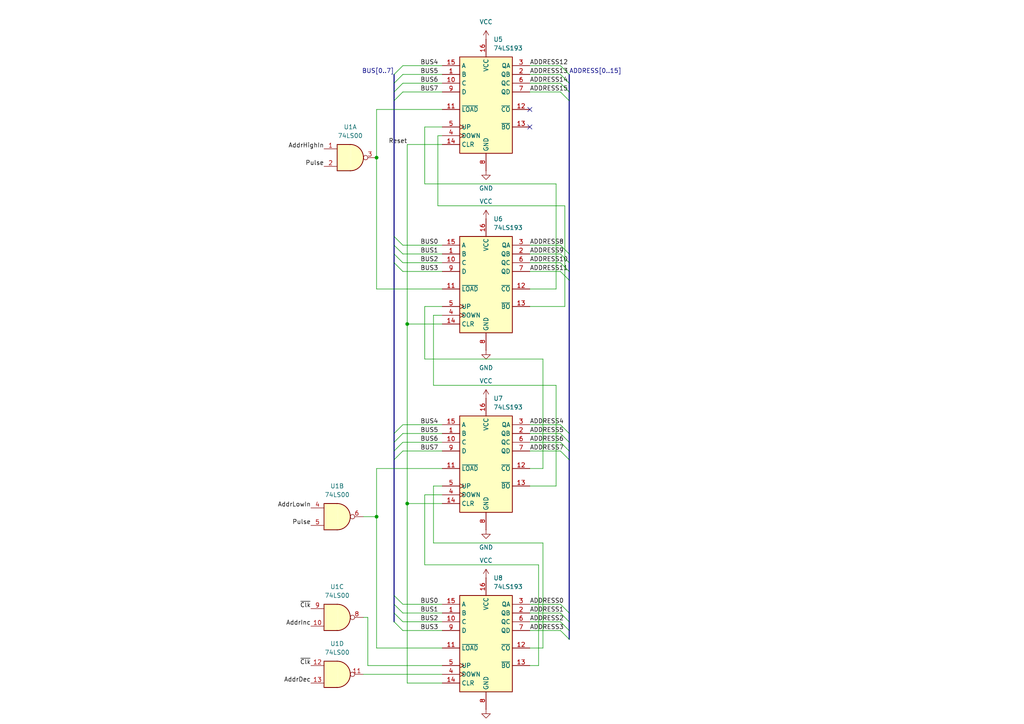
<source format=kicad_sch>
(kicad_sch (version 20250114) (generator "eeschema") (generator_version "9.0")
  (paper "A4")
  (lib_symbols
    (symbol "74xx:74LS00" (pin_names (offset 1.016))
      (property "Reference" "U" (at 0 1.27 0))
      (property "Value" "74LS00" (at 0 -1.27 0))
      (symbol "74LS00_1_1"
        (pin input line (at -7.62 2.54 0) (length 3.81) (name "~") (number "1"))
        (pin input line (at -7.62 -2.54 0) (length 3.81) (name "~") (number "2"))
        (pin output inverted (at 7.62 0 180) (length 3.81) (name "~") (number "3"))
      )
      (symbol "74LS00_1_2"
        (pin input inverted (at -7.62 2.54 0) (length 4.318) (name "~") (number "1"))
        (pin input inverted (at -7.62 -2.54 0) (length 4.318) (name "~") (number "2"))
        (pin output line (at 7.62 0 180) (length 3.81) (name "~") (number "3"))
      )
      (symbol "74LS00_2_1"
        (pin input line (at -7.62 2.54 0) (length 3.81) (name "~") (number "4"))
        (pin input line (at -7.62 -2.54 0) (length 3.81) (name "~") (number "5"))
        (pin output inverted (at 7.62 0 180) (length 3.81) (name "~") (number "6"))
      )
      (symbol "74LS00_2_2"
        (pin input inverted (at -7.62 2.54 0) (length 4.318) (name "~") (number "4"))
        (pin input inverted (at -7.62 -2.54 0) (length 4.318) (name "~") (number "5"))
        (pin output line (at 7.62 0 180) (length 3.81) (name "~") (number "6"))
      )
      (symbol "74LS00_3_1"
        (pin input line (at -7.62 2.54 0) (length 3.81) (name "~") (number "9"))
        (pin input line (at -7.62 -2.54 0) (length 3.81) (name "~") (number "10"))
        (pin output inverted (at 7.62 0 180) (length 3.81) (name "~") (number "8"))
      )
      (symbol "74LS00_3_2"
        (pin input inverted (at -7.62 2.54 0) (length 4.318) (name "~") (number "9"))
        (pin input inverted (at -7.62 -2.54 0) (length 4.318) (name "~") (number "10"))
        (pin output line (at 7.62 0 180) (length 3.81) (name "~") (number "8"))
      )
      (symbol "74LS00_4_1"
        (pin input line (at -7.62 2.54 0) (length 3.81) (name "~") (number "12"))
        (pin input line (at -7.62 -2.54 0) (length 3.81) (name "~") (number "13"))
        (pin output inverted (at 7.62 0 180) (length 3.81) (name "~") (number "11"))
      )
      (symbol "74LS00_4_2"
        (pin input inverted (at -7.62 2.54 0) (length 4.318) (name "~") (number "12"))
        (pin input inverted (at -7.62 -2.54 0) (length 4.318) (name "~") (number "13"))
        (pin output line (at 7.62 0 180) (length 3.81) (name "~") (number "11"))
      )
      (symbol "74LS00_5_0"
        (pin power_in line (at 0 12.7 270) (length 5.08) (name "VCC") (number "14"))
        (pin power_in line (at 0 -12.7 90) (length 5.08) (name "GND") (number "7"))
      )
    )
    (symbol "74xx:74LS02" (pin_names (offset 1.016))
      (property "Reference" "U" (at 0 1.27 0))
      (property "Value" "74LS02" (at 0 -1.27 0))
      (symbol "74LS02_1_1"
        (pin input line (at -7.62 2.54 0) (length 4.318) (name "~") (number "2"))
        (pin input line (at -7.62 -2.54 0) (length 4.318) (name "~") (number "3"))
        (pin output inverted (at 7.62 0 180) (length 3.81) (name "~") (number "1"))
      )
      (symbol "74LS02_1_2"
        (pin input inverted (at -7.62 2.54 0) (length 3.81) (name "~") (number "2"))
        (pin input inverted (at -7.62 -2.54 0) (length 3.81) (name "~") (number "3"))
        (pin output line (at 7.62 0 180) (length 3.81) (name "~") (number "1"))
      )
      (symbol "74LS02_2_1"
        (pin input line (at -7.62 2.54 0) (length 4.318) (name "~") (number "5"))
        (pin input line (at -7.62 -2.54 0) (length 4.318) (name "~") (number "6"))
        (pin output inverted (at 7.62 0 180) (length 3.81) (name "~") (number "4"))
      )
      (symbol "74LS02_2_2"
        (pin input inverted (at -7.62 2.54 0) (length 3.81) (name "~") (number "5"))
        (pin input inverted (at -7.62 -2.54 0) (length 3.81) (name "~") (number "6"))
        (pin output line (at 7.62 0 180) (length 3.81) (name "~") (number "4"))
      )
      (symbol "74LS02_3_1"
        (pin input line (at -7.62 2.54 0) (length 4.318) (name "~") (number "8"))
        (pin input line (at -7.62 -2.54 0) (length 4.318) (name "~") (number "9"))
        (pin output inverted (at 7.62 0 180) (length 3.81) (name "~") (number "10"))
      )
      (symbol "74LS02_3_2"
        (pin input inverted (at -7.62 2.54 0) (length 3.81) (name "~") (number "8"))
        (pin input inverted (at -7.62 -2.54 0) (length 3.81) (name "~") (number "9"))
        (pin output line (at 7.62 0 180) (length 3.81) (name "~") (number "10"))
      )
      (symbol "74LS02_4_1"
        (pin input line (at -7.62 2.54 0) (length 4.318) (name "~") (number "11"))
        (pin input line (at -7.62 -2.54 0) (length 4.318) (name "~") (number "12"))
        (pin output inverted (at 7.62 0 180) (length 3.81) (name "~") (number "13"))
      )
      (symbol "74LS02_4_2"
        (pin input inverted (at -7.62 2.54 0) (length 3.81) (name "~") (number "11"))
        (pin input inverted (at -7.62 -2.54 0) (length 3.81) (name "~") (number "12"))
        (pin output line (at 7.62 0 180) (length 3.81) (name "~") (number "13"))
      )
      (symbol "74LS02_5_0"
        (pin power_in line (at 0 12.7 270) (length 5.08) (name "VCC") (number "14"))
        (pin power_in line (at 0 -12.7 90) (length 5.08) (name "GND") (number "7"))
      )
    )
    (symbol "74xx:74LS193"
      (property "Reference" "U" (at -7.62 13.97 0))
      (property "Value" "74LS193" (at 5.08 13.97 0))
      (symbol "74LS193_1_0"
        (pin input line (at -12.7 10.16 0) (length 5.08) (name "A") (number "15"))
        (pin input line (at -12.7 7.62 0) (length 5.08) (name "B") (number "1"))
        (pin input line (at -12.7 5.08 0) (length 5.08) (name "C") (number "10"))
        (pin input line (at -12.7 2.54 0) (length 5.08) (name "D") (number "9"))
        (pin input line (at -12.7 -2.54 0) (length 5.08) (name "~{LOAD}") (number "11"))
        (pin input clock (at -12.7 -7.62 0) (length 5.08) (name "UP") (number "5"))
        (pin input clock (at -12.7 -10.16 0) (length 5.08) (name "DOWN") (number "4"))
        (pin input line (at -12.7 -12.7 0) (length 5.08) (name "CLR") (number "14"))
        (pin power_in line (at 0 17.78 270) (length 5.08) (name "VCC") (number "16"))
        (pin power_in line (at 0 -20.32 90) (length 5.08) (name "GND") (number "8"))
        (pin output line (at 12.7 10.16 180) (length 5.08) (name "QA") (number "3"))
        (pin output line (at 12.7 7.62 180) (length 5.08) (name "QB") (number "2"))
        (pin output line (at 12.7 5.08 180) (length 5.08) (name "QC") (number "6"))
        (pin output line (at 12.7 2.54 180) (length 5.08) (name "QD") (number "7"))
        (pin output line (at 12.7 -2.54 180) (length 5.08) (name "~{CO}") (number "12"))
        (pin output line (at 12.7 -7.62 180) (length 5.08) (name "~{BO}") (number "13"))
      )
    )
    (symbol "74xx:74LS245" (pin_names (offset 1.016))
      (property "Reference" "U" (at -7.62 16.51 0))
      (property "Value" "74LS245" (at -7.62 -16.51 0))
      (symbol "74LS245_1_0"
        (pin tri_state line (at -12.7 12.7 0) (length 5.08) (name "A0") (number "2"))
        (pin tri_state line (at -12.7 10.16 0) (length 5.08) (name "A1") (number "3"))
        (pin tri_state line (at -12.7 7.62 0) (length 5.08) (name "A2") (number "4"))
        (pin tri_state line (at -12.7 5.08 0) (length 5.08) (name "A3") (number "5"))
        (pin tri_state line (at -12.7 2.54 0) (length 5.08) (name "A4") (number "6"))
        (pin tri_state line (at -12.7 0 0) (length 5.08) (name "A5") (number "7"))
        (pin tri_state line (at -12.7 -2.54 0) (length 5.08) (name "A6") (number "8"))
        (pin tri_state line (at -12.7 -5.08 0) (length 5.08) (name "A7") (number "9"))
        (pin input line (at -12.7 -10.16 0) (length 5.08) (name "A->B") (number "1"))
        (pin input inverted (at -12.7 -12.7 0) (length 5.08) (name "CE") (number "19"))
        (pin power_in line (at 0 20.32 270) (length 5.08) (name "VCC") (number "20"))
        (pin power_in line (at 0 -20.32 90) (length 5.08) (name "GND") (number "10"))
        (pin tri_state line (at 12.7 12.7 180) (length 5.08) (name "B0") (number "18"))
        (pin tri_state line (at 12.7 10.16 180) (length 5.08) (name "B1") (number "17"))
        (pin tri_state line (at 12.7 7.62 180) (length 5.08) (name "B2") (number "16"))
        (pin tri_state line (at 12.7 5.08 180) (length 5.08) (name "B3") (number "15"))
        (pin tri_state line (at 12.7 2.54 180) (length 5.08) (name "B4") (number "14"))
        (pin tri_state line (at 12.7 0 180) (length 5.08) (name "B5") (number "13"))
        (pin tri_state line (at 12.7 -2.54 180) (length 5.08) (name "B6") (number "12"))
        (pin tri_state line (at 12.7 -5.08 180) (length 5.08) (name "B7") (number "11"))
      )
    )
    (symbol "Connector_Generic:Conn_02x19_Counter_Clockwise" (pin_names (offset 1.016) (hide yes))
      (property "Reference" "J" (at 1.27 25.4 0))
      (property "Value" "Conn_02x19_Counter_Clockwise" (at 1.27 -25.4 0))
      (symbol "Conn_02x19_Counter_Clockwise_1_1"
        (pin passive line (at -5.08 22.86 0) (length 3.81) (name "Pin_1") (number "1"))
        (pin passive line (at -5.08 20.32 0) (length 3.81) (name "Pin_2") (number "2"))
        (pin passive line (at -5.08 17.78 0) (length 3.81) (name "Pin_3") (number "3"))
        (pin passive line (at -5.08 15.24 0) (length 3.81) (name "Pin_4") (number "4"))
        (pin passive line (at -5.08 12.7 0) (length 3.81) (name "Pin_5") (number "5"))
        (pin passive line (at -5.08 10.16 0) (length 3.81) (name "Pin_6") (number "6"))
        (pin passive line (at -5.08 7.62 0) (length 3.81) (name "Pin_7") (number "7"))
        (pin passive line (at -5.08 5.08 0) (length 3.81) (name "Pin_8") (number "8"))
        (pin passive line (at -5.08 2.54 0) (length 3.81) (name "Pin_9") (number "9"))
        (pin passive line (at -5.08 0 0) (length 3.81) (name "Pin_10") (number "10"))
        (pin passive line (at -5.08 -2.54 0) (length 3.81) (name "Pin_11") (number "11"))
        (pin passive line (at -5.08 -5.08 0) (length 3.81) (name "Pin_12") (number "12"))
        (pin passive line (at -5.08 -7.62 0) (length 3.81) (name "Pin_13") (number "13"))
        (pin passive line (at -5.08 -10.16 0) (length 3.81) (name "Pin_14") (number "14"))
        (pin passive line (at -5.08 -12.7 0) (length 3.81) (name "Pin_15") (number "15"))
        (pin passive line (at -5.08 -15.24 0) (length 3.81) (name "Pin_16") (number "16"))
        (pin passive line (at -5.08 -17.78 0) (length 3.81) (name "Pin_17") (number "17"))
        (pin passive line (at -5.08 -20.32 0) (length 3.81) (name "Pin_18") (number "18"))
        (pin passive line (at -5.08 -22.86 0) (length 3.81) (name "Pin_19") (number "19"))
        (pin passive line (at 7.62 22.86 180) (length 3.81) (name "Pin_38") (number "38"))
        (pin passive line (at 7.62 20.32 180) (length 3.81) (name "Pin_37") (number "37"))
        (pin passive line (at 7.62 17.78 180) (length 3.81) (name "Pin_36") (number "36"))
        (pin passive line (at 7.62 15.24 180) (length 3.81) (name "Pin_35") (number "35"))
        (pin passive line (at 7.62 12.7 180) (length 3.81) (name "Pin_34") (number "34"))
        (pin passive line (at 7.62 10.16 180) (length 3.81) (name "Pin_33") (number "33"))
        (pin passive line (at 7.62 7.62 180) (length 3.81) (name "Pin_32") (number "32"))
        (pin passive line (at 7.62 5.08 180) (length 3.81) (name "Pin_31") (number "31"))
        (pin passive line (at 7.62 2.54 180) (length 3.81) (name "Pin_30") (number "30"))
        (pin passive line (at 7.62 0 180) (length 3.81) (name "Pin_29") (number "29"))
        (pin passive line (at 7.62 -2.54 180) (length 3.81) (name "Pin_28") (number "28"))
        (pin passive line (at 7.62 -5.08 180) (length 3.81) (name "Pin_27") (number "27"))
        (pin passive line (at 7.62 -7.62 180) (length 3.81) (name "Pin_26") (number "26"))
        (pin passive line (at 7.62 -10.16 180) (length 3.81) (name "Pin_25") (number "25"))
        (pin passive line (at 7.62 -12.7 180) (length 3.81) (name "Pin_24") (number "24"))
        (pin passive line (at 7.62 -15.24 180) (length 3.81) (name "Pin_23") (number "23"))
        (pin passive line (at 7.62 -17.78 180) (length 3.81) (name "Pin_22") (number "22"))
        (pin passive line (at 7.62 -20.32 180) (length 3.81) (name "Pin_21") (number "21"))
        (pin passive line (at 7.62 -22.86 180) (length 3.81) (name "Pin_20") (number "20"))
      )
    )
    (symbol "Connector_Generic:Conn_02x25_Counter_Clockwise" (pin_names (offset 1.016) (hide yes))
      (property "Reference" "J" (at 1.27 33.02 0))
      (property "Value" "Conn_02x25_Counter_Clockwise" (at 1.27 -33.02 0))
      (symbol "Conn_02x25_Counter_Clockwise_1_1"
        (pin passive line (at -5.08 30.48 0) (length 3.81) (name "Pin_1") (number "1"))
        (pin passive line (at -5.08 27.94 0) (length 3.81) (name "Pin_2") (number "2"))
        (pin passive line (at -5.08 25.4 0) (length 3.81) (name "Pin_3") (number "3"))
        (pin passive line (at -5.08 22.86 0) (length 3.81) (name "Pin_4") (number "4"))
        (pin passive line (at -5.08 20.32 0) (length 3.81) (name "Pin_5") (number "5"))
        (pin passive line (at -5.08 17.78 0) (length 3.81) (name "Pin_6") (number "6"))
        (pin passive line (at -5.08 15.24 0) (length 3.81) (name "Pin_7") (number "7"))
        (pin passive line (at -5.08 12.7 0) (length 3.81) (name "Pin_8") (number "8"))
        (pin passive line (at -5.08 10.16 0) (length 3.81) (name "Pin_9") (number "9"))
        (pin passive line (at -5.08 7.62 0) (length 3.81) (name "Pin_10") (number "10"))
        (pin passive line (at -5.08 5.08 0) (length 3.81) (name "Pin_11") (number "11"))
        (pin passive line (at -5.08 2.54 0) (length 3.81) (name "Pin_12") (number "12"))
        (pin passive line (at -5.08 0 0) (length 3.81) (name "Pin_13") (number "13"))
        (pin passive line (at -5.08 -2.54 0) (length 3.81) (name "Pin_14") (number "14"))
        (pin passive line (at -5.08 -5.08 0) (length 3.81) (name "Pin_15") (number "15"))
        (pin passive line (at -5.08 -7.62 0) (length 3.81) (name "Pin_16") (number "16"))
        (pin passive line (at -5.08 -10.16 0) (length 3.81) (name "Pin_17") (number "17"))
        (pin passive line (at -5.08 -12.7 0) (length 3.81) (name "Pin_18") (number "18"))
        (pin passive line (at -5.08 -15.24 0) (length 3.81) (name "Pin_19") (number "19"))
        (pin passive line (at -5.08 -17.78 0) (length 3.81) (name "Pin_20") (number "20"))
        (pin passive line (at -5.08 -20.32 0) (length 3.81) (name "Pin_21") (number "21"))
        (pin passive line (at -5.08 -22.86 0) (length 3.81) (name "Pin_22") (number "22"))
        (pin passive line (at -5.08 -25.4 0) (length 3.81) (name "Pin_23") (number "23"))
        (pin passive line (at -5.08 -27.94 0) (length 3.81) (name "Pin_24") (number "24"))
        (pin passive line (at -5.08 -30.48 0) (length 3.81) (name "Pin_25") (number "25"))
        (pin passive line (at 7.62 30.48 180) (length 3.81) (name "Pin_50") (number "50"))
        (pin passive line (at 7.62 27.94 180) (length 3.81) (name "Pin_49") (number "49"))
        (pin passive line (at 7.62 25.4 180) (length 3.81) (name "Pin_48") (number "48"))
        (pin passive line (at 7.62 22.86 180) (length 3.81) (name "Pin_47") (number "47"))
        (pin passive line (at 7.62 20.32 180) (length 3.81) (name "Pin_46") (number "46"))
        (pin passive line (at 7.62 17.78 180) (length 3.81) (name "Pin_45") (number "45"))
        (pin passive line (at 7.62 15.24 180) (length 3.81) (name "Pin_44") (number "44"))
        (pin passive line (at 7.62 12.7 180) (length 3.81) (name "Pin_43") (number "43"))
        (pin passive line (at 7.62 10.16 180) (length 3.81) (name "Pin_42") (number "42"))
        (pin passive line (at 7.62 7.62 180) (length 3.81) (name "Pin_41") (number "41"))
        (pin passive line (at 7.62 5.08 180) (length 3.81) (name "Pin_40") (number "40"))
        (pin passive line (at 7.62 2.54 180) (length 3.81) (name "Pin_39") (number "39"))
        (pin passive line (at 7.62 0 180) (length 3.81) (name "Pin_38") (number "38"))
        (pin passive line (at 7.62 -2.54 180) (length 3.81) (name "Pin_37") (number "37"))
        (pin passive line (at 7.62 -5.08 180) (length 3.81) (name "Pin_36") (number "36"))
        (pin passive line (at 7.62 -7.62 180) (length 3.81) (name "Pin_35") (number "35"))
        (pin passive line (at 7.62 -10.16 180) (length 3.81) (name "Pin_34") (number "34"))
        (pin passive line (at 7.62 -12.7 180) (length 3.81) (name "Pin_33") (number "33"))
        (pin passive line (at 7.62 -15.24 180) (length 3.81) (name "Pin_32") (number "32"))
        (pin passive line (at 7.62 -17.78 180) (length 3.81) (name "Pin_31") (number "31"))
        (pin passive line (at 7.62 -20.32 180) (length 3.81) (name "Pin_30") (number "30"))
        (pin passive line (at 7.62 -22.86 180) (length 3.81) (name "Pin_29") (number "29"))
        (pin passive line (at 7.62 -25.4 180) (length 3.81) (name "Pin_28") (number "28"))
        (pin passive line (at 7.62 -27.94 180) (length 3.81) (name "Pin_27") (number "27"))
        (pin passive line (at 7.62 -30.48 180) (length 3.81) (name "Pin_26") (number "26"))
      )
    )
    (symbol "Device:C" (pin_numbers (hide yes)) (pin_names (offset 0.254))
      (property "Reference" "C" (at 0.635 2.54 0))
      (property "Value" "C" (at 0.635 -2.54 0))
      (symbol "C_1_1"
        (pin passive line (at 0 3.81 270) (length 2.794) (name "~") (number "1"))
        (pin passive line (at 0 -3.81 90) (length 2.794) (name "~") (number "2"))
      )
    )
    (symbol "power:GND" (power) (pin_numbers (hide yes)) (pin_names (offset 0) (hide yes))
      (property "Value" "GND" (at 0 -3.81 0))
      (symbol "GND_1_1"
        (pin power_in line (at 0 0 270) (length 0) (name "~") (number "1"))
      )
    )
    (symbol "power:PWR_FLAG" (power) (pin_numbers (hide yes)) (pin_names (offset 0) (hide yes))
      (property "Value" "PWR_FLAG" (at 0 3.81 0))
      (symbol "PWR_FLAG_0_0"
        (pin power_out line (at 0 0 90) (length 0) (name "~") (number "1"))
      )
    )
    (symbol "power:VCC" (power) (pin_numbers (hide yes)) (pin_names (offset 0) (hide yes))
      (property "Value" "VCC" (at 0 3.556 0))
      (symbol "VCC_1_1"
        (pin power_in line (at 0 0 90) (length 0) (name "~") (number "1"))
      )
    )
  )
  (junction (at 109.22 149.86))
  (junction (at 142.24 -27.94))
  (junction (at 224.79 -54.61))
  (junction (at 118.11 146.05))
  (junction (at 111.76 -35.56))
  (junction (at 85.09 -144.78))
  (junction (at 109.22 45.72))
  (junction (at 118.11 93.98))
  (junction (at 256.54 -54.61))
  (junction (at 127 -35.56))
  (junction (at 179.07 -60.96))
  (junction (at 85.09 -137.16))
  (no_connect (at 107.95 -86.36))
  (no_connect (at 95.25 -129.54))
  (no_connect (at 107.95 -124.46))
  (no_connect (at 107.95 -101.6))
  (no_connect (at 107.95 -93.98))
  (no_connect (at 95.25 -91.44))
  (no_connect (at 107.95 -127))
  (no_connect (at 95.25 -88.9))
  (no_connect (at 95.25 -132.08))
  (no_connect (at 107.95 -91.44))
  (no_connect (at 107.95 -88.9))
  (no_connect (at 95.25 -86.36))
  (no_connect (at 153.67 36.83))
  (no_connect (at 95.25 -93.98))
  (no_connect (at 153.67 31.75))
  (no_connect (at 107.95 -99.06))
  (no_connect (at 95.25 -134.62))
  (no_connect (at 107.95 -96.52))
  (no_connect (at 95.25 -124.46))
  (no_connect (at 107.95 -121.92))
  (no_connect (at 95.25 -127))
  (no_connect (at 95.25 -96.52))
  (bus_entry (at 85.09 -109.22) (size 2.54 2.54))
  (bus_entry (at 207.01 -111.76) (size 2.54 2.54))
  (bus_entry (at 240.03 -111.76) (size -2.54 -2.54))
  (bus_entry (at 165.1 76.2) (size -2.54 -2.54))
  (bus_entry (at 156.21 -43.18) (size 2.54 2.54))
  (bus_entry (at 240.03 -93.98) (size -2.54 -2.54))
  (bus_entry (at 240.03 -101.6) (size -2.54 -2.54))
  (bus_entry (at 240.03 -91.44) (size -2.54 -2.54))
  (bus_entry (at 85.09 -111.76) (size 2.54 2.54))
  (bus_entry (at 165.1 78.74) (size -2.54 -2.54))
  (bus_entry (at 114.3 125.73) (size 2.54 -2.54))
  (bus_entry (at 240.03 -104.14) (size -2.54 -2.54))
  (bus_entry (at 85.09 -121.92) (size 2.54 2.54))
  (bus_entry (at 207.01 -109.22) (size 2.54 2.54))
  (bus_entry (at 114.3 68.58) (size 2.54 2.54))
  (bus_entry (at 165.1 182.88) (size -2.54 -2.54))
  (bus_entry (at 240.03 -99.06) (size -2.54 -2.54))
  (bus_entry (at 240.03 -114.3) (size -2.54 -2.54))
  (bus_entry (at 114.3 24.13) (size 2.54 -2.54))
  (bus_entry (at 114.3 180.34) (size 2.54 2.54))
  (bus_entry (at 114.3 175.26) (size 2.54 2.54))
  (bus_entry (at 114.3 29.21) (size 2.54 -2.54))
  (bus_entry (at 240.03 -109.22) (size -2.54 -2.54))
  (bus_entry (at 156.21 -40.64) (size 2.54 2.54))
  (bus_entry (at 165.1 81.28) (size -2.54 -2.54))
  (bus_entry (at 240.03 -86.36) (size -2.54 -2.54))
  (bus_entry (at 165.1 185.42) (size -2.54 -2.54))
  (bus_entry (at 240.03 -106.68) (size -2.54 -2.54))
  (bus_entry (at 85.09 -119.38) (size 2.54 2.54))
  (bus_entry (at 207.01 -116.84) (size 2.54 2.54))
  (bus_entry (at 207.01 -121.92) (size 2.54 2.54))
  (bus_entry (at 200.66 -55.88) (size -2.54 2.54))
  (bus_entry (at 156.21 -55.88) (size 2.54 2.54))
  (bus_entry (at 114.3 21.59) (size 2.54 -2.54))
  (bus_entry (at 165.1 29.21) (size -2.54 -2.54))
  (bus_entry (at 114.3 177.8) (size 2.54 2.54))
  (bus_entry (at 207.01 -119.38) (size 2.54 2.54))
  (bus_entry (at 165.1 133.35) (size -2.54 -2.54))
  (bus_entry (at 114.3 133.35) (size 2.54 -2.54))
  (bus_entry (at 85.09 -116.84) (size 2.54 2.54))
  (bus_entry (at 200.66 -45.72) (size -2.54 2.54))
  (bus_entry (at 114.3 71.12) (size 2.54 2.54))
  (bus_entry (at 240.03 -121.92) (size -2.54 -2.54))
  (bus_entry (at 165.1 125.73) (size -2.54 -2.54))
  (bus_entry (at 114.3 76.2) (size 2.54 2.54))
  (bus_entry (at 240.03 -119.38) (size -2.54 -2.54))
  (bus_entry (at 165.1 180.34) (size -2.54 -2.54))
  (bus_entry (at 114.3 172.72) (size 2.54 2.54))
  (bus_entry (at 207.01 -104.14) (size 2.54 2.54))
  (bus_entry (at 114.3 130.81) (size 2.54 -2.54))
  (bus_entry (at 165.1 73.66) (size -2.54 -2.54))
  (bus_entry (at 85.09 -114.3) (size 2.54 2.54))
  (bus_entry (at 165.1 26.67) (size -2.54 -2.54))
  (bus_entry (at 156.21 -50.8) (size 2.54 2.54))
  (bus_entry (at 240.03 -88.9) (size -2.54 -2.54))
  (bus_entry (at 85.09 -106.68) (size 2.54 2.54))
  (bus_entry (at 114.3 26.67) (size 2.54 -2.54))
  (bus_entry (at 200.66 -38.1) (size -2.54 2.54))
  (bus_entry (at 165.1 177.8) (size -2.54 -2.54))
  (bus_entry (at 165.1 24.13) (size -2.54 -2.54))
  (bus_entry (at 200.66 -48.26) (size -2.54 2.54))
  (bus_entry (at 156.21 -53.34) (size 2.54 2.54))
  (bus_entry (at 156.21 -45.72) (size 2.54 2.54))
  (bus_entry (at 200.66 -53.34) (size -2.54 2.54))
  (bus_entry (at 165.1 128.27) (size -2.54 -2.54))
  (bus_entry (at 207.01 -114.3) (size 2.54 2.54))
  (bus_entry (at 85.09 -104.14) (size 2.54 2.54))
  (bus_entry (at 200.66 -50.8) (size -2.54 2.54))
  (bus_entry (at 156.21 -38.1) (size 2.54 2.54))
  (bus_entry (at 240.03 -116.84) (size -2.54 -2.54))
  (bus_entry (at 240.03 -83.82) (size -2.54 -2.54))
  (bus_entry (at 114.3 128.27) (size 2.54 -2.54))
  (bus_entry (at 240.03 -96.52) (size -2.54 -2.54))
  (bus_entry (at 156.21 -48.26) (size 2.54 2.54))
  (bus_entry (at 165.1 130.81) (size -2.54 -2.54))
  (bus_entry (at 207.01 -106.68) (size 2.54 2.54))
  (bus_entry (at 200.66 -43.18) (size -2.54 2.54))
  (bus_entry (at 200.66 -40.64) (size -2.54 2.54))
  (bus_entry (at 165.1 21.59) (size -2.54 -2.54))
  (bus_entry (at 114.3 73.66) (size 2.54 2.54))
  (bus (pts (xy 240.03 -111.76) (xy 240.03 -109.22)))
  (wire (pts (xy 153.67 76.2) (xy 162.56 76.2)))
  (wire (pts (xy 229.87 -101.6) (xy 237.49 -101.6)))
  (wire (pts (xy 116.84 180.34) (xy 128.27 180.34)))
  (wire (pts (xy 229.87 -116.84) (xy 237.49 -116.84)))
  (wire (pts (xy 109.22 187.96) (xy 128.27 187.96)))
  (bus (pts (xy 85.09 -121.92) (xy 85.09 -119.38)))
  (wire (pts (xy 106.68 179.07) (xy 106.68 193.04)))
  (wire (pts (xy 217.17 -119.38) (xy 209.55 -119.38)))
  (wire (pts (xy 217.17 -109.22) (xy 209.55 -109.22)))
  (wire (pts (xy 116.84 24.13) (xy 128.27 24.13)))
  (wire (pts (xy 166.37 -45.72) (xy 158.75 -45.72)))
  (bus (pts (xy 240.03 -119.38) (xy 240.03 -116.84)))
  (bus (pts (xy 114.3 180.34) (xy 114.3 177.8)))
  (wire (pts (xy 118.11 146.05) (xy 128.27 146.05)))
  (bus (pts (xy 114.3 172.72) (xy 114.3 133.35)))
  (wire (pts (xy 153.67 187.96) (xy 157.48 187.96)))
  (wire (pts (xy 92.71 -137.16) (xy 95.25 -137.16)))
  (bus (pts (xy 156.21 -43.18) (xy 156.21 -40.64)))
  (wire (pts (xy 95.25 -106.68) (xy 87.63 -106.68)))
  (wire (pts (xy 198.12 -48.26) (xy 191.77 -48.26)))
  (wire (pts (xy 198.12 -50.8) (xy 191.77 -50.8)))
  (wire (pts (xy 153.67 123.19) (xy 162.56 123.19)))
  (wire (pts (xy 229.87 -99.06) (xy 237.49 -99.06)))
  (wire (pts (xy 95.25 -104.14) (xy 87.63 -104.14)))
  (bus (pts (xy 114.3 21.59) (xy 114.3 24.13)))
  (wire (pts (xy 156.21 193.04) (xy 156.21 163.83)))
  (wire (pts (xy 123.19 163.83) (xy 123.19 143.51)))
  (wire (pts (xy 153.67 135.89) (xy 157.48 135.89)))
  (wire (pts (xy 191.77 -35.56) (xy 198.12 -35.56)))
  (wire (pts (xy 123.19 -25.4) (xy 127 -25.4)))
  (bus (pts (xy 200.66 -48.26) (xy 200.66 -45.72)))
  (wire (pts (xy 118.11 93.98) (xy 118.11 41.91)))
  (wire (pts (xy 161.29 140.97) (xy 153.67 140.97)))
  (bus (pts (xy 156.21 -45.72) (xy 156.21 -43.18)))
  (wire (pts (xy 123.19 143.51) (xy 128.27 143.51)))
  (wire (pts (xy 127 39.37) (xy 128.27 39.37)))
  (bus (pts (xy 240.03 -88.9) (xy 240.03 -86.36)))
  (bus (pts (xy 114.3 125.73) (xy 114.3 76.2)))
  (wire (pts (xy 153.67 175.26) (xy 162.56 175.26)))
  (bus (pts (xy 207.01 -106.68) (xy 207.01 -104.14)))
  (bus (pts (xy 85.09 -116.84) (xy 85.09 -114.3)))
  (bus (pts (xy 165.1 130.81) (xy 165.1 133.35)))
  (wire (pts (xy 116.84 177.8) (xy 128.27 177.8)))
  (wire (pts (xy 125.73 140.97) (xy 128.27 140.97)))
  (wire (pts (xy 163.83 59.69) (xy 127 59.69)))
  (bus (pts (xy 165.1 24.13) (xy 165.1 26.67)))
  (bus (pts (xy 156.21 -48.26) (xy 156.21 -45.72)))
  (bus (pts (xy 165.1 177.8) (xy 165.1 180.34)))
  (wire (pts (xy 111.76 -35.56) (xy 111.76 -33.02)))
  (wire (pts (xy 95.25 -114.3) (xy 87.63 -114.3)))
  (wire (pts (xy 217.17 -104.14) (xy 209.55 -104.14)))
  (wire (pts (xy 157.48 135.89) (xy 157.48 104.14)))
  (bus (pts (xy 85.09 -109.22) (xy 85.09 -106.68)))
  (wire (pts (xy 95.25 -116.84) (xy 87.63 -116.84)))
  (wire (pts (xy 95.25 -101.6) (xy 87.63 -101.6)))
  (wire (pts (xy 217.17 -114.3) (xy 209.55 -114.3)))
  (wire (pts (xy 153.67 125.73) (xy 162.56 125.73)))
  (wire (pts (xy 229.87 -106.68) (xy 237.49 -106.68)))
  (wire (pts (xy 128.27 135.89) (xy 109.22 135.89)))
  (bus (pts (xy 165.1 128.27) (xy 165.1 130.81)))
  (wire (pts (xy 161.29 53.34) (xy 161.29 83.82)))
  (bus (pts (xy 207.01 -119.38) (xy 207.01 -116.84)))
  (bus (pts (xy 85.09 -119.38) (xy 85.09 -116.84)))
  (wire (pts (xy 116.84 26.67) (xy 128.27 26.67)))
  (bus (pts (xy 200.66 -40.64) (xy 200.66 -38.1)))
  (wire (pts (xy 229.87 -109.22) (xy 237.49 -109.22)))
  (wire (pts (xy 95.25 -109.22) (xy 87.63 -109.22)))
  (bus (pts (xy 114.3 130.81) (xy 114.3 128.27)))
  (wire (pts (xy 116.84 76.2) (xy 128.27 76.2)))
  (wire (pts (xy 123.19 88.9) (xy 128.27 88.9)))
  (bus (pts (xy 165.1 81.28) (xy 165.1 125.73)))
  (wire (pts (xy 116.84 182.88) (xy 128.27 182.88)))
  (bus (pts (xy 240.03 -96.52) (xy 240.03 -93.98)))
  (wire (pts (xy 116.84 73.66) (xy 128.27 73.66)))
  (wire (pts (xy 123.19 104.14) (xy 123.19 88.9)))
  (bus (pts (xy 165.1 125.73) (xy 165.1 128.27)))
  (bus (pts (xy 114.3 26.67) (xy 114.3 29.21)))
  (wire (pts (xy 198.12 -53.34) (xy 191.77 -53.34)))
  (wire (pts (xy 157.48 -27.94) (xy 166.37 -27.94)))
  (wire (pts (xy 128.27 36.83) (xy 123.19 36.83)))
  (wire (pts (xy 116.84 128.27) (xy 128.27 128.27)))
  (wire (pts (xy 166.37 -48.26) (xy 158.75 -48.26)))
  (wire (pts (xy 83.82 -137.16) (xy 85.09 -137.16)))
  (bus (pts (xy 207.01 -114.3) (xy 207.01 -111.76)))
  (wire (pts (xy 152.4 -35.56) (xy 158.75 -30.48)))
  (wire (pts (xy 123.19 53.34) (xy 161.29 53.34)))
  (wire (pts (xy 85.09 -144.78) (xy 95.25 -144.78)))
  (wire (pts (xy 116.84 130.81) (xy 128.27 130.81)))
  (bus (pts (xy 240.03 -101.6) (xy 240.03 -99.06)))
  (wire (pts (xy 191.77 -40.64) (xy 198.12 -40.64)))
  (wire (pts (xy 116.84 19.05) (xy 128.27 19.05)))
  (bus (pts (xy 240.03 -99.06) (xy 240.03 -96.52)))
  (wire (pts (xy 85.09 -137.16) (xy 85.09 -142.24)))
  (wire (pts (xy 229.87 -88.9) (xy 237.49 -88.9)))
  (bus (pts (xy 156.21 -55.88) (xy 156.21 -53.34)))
  (wire (pts (xy 229.87 -91.44) (xy 237.49 -91.44)))
  (wire (pts (xy 153.67 180.34) (xy 162.56 180.34)))
  (wire (pts (xy 142.24 -30.48) (xy 142.24 -27.94)))
  (wire (pts (xy 85.09 -142.24) (xy 95.25 -142.24)))
  (bus (pts (xy 85.09 -106.68) (xy 85.09 -104.14)))
  (wire (pts (xy 229.87 -121.92) (xy 237.49 -121.92)))
  (bus (pts (xy 200.66 -43.18) (xy 200.66 -40.64)))
  (wire (pts (xy 217.17 -106.68) (xy 209.55 -106.68)))
  (wire (pts (xy 157.48 157.48) (xy 125.73 157.48)))
  (wire (pts (xy 115.57 -139.7) (xy 107.95 -139.7)))
  (wire (pts (xy 128.27 91.44) (xy 125.73 91.44)))
  (bus (pts (xy 200.66 -53.34) (xy 200.66 -50.8)))
  (wire (pts (xy 127 59.69) (xy 127 39.37)))
  (bus (pts (xy 200.66 -50.8) (xy 200.66 -48.26)))
  (wire (pts (xy 157.48 104.14) (xy 123.19 104.14)))
  (wire (pts (xy 153.67 177.8) (xy 162.56 177.8)))
  (bus (pts (xy 114.3 73.66) (xy 114.3 76.2)))
  (wire (pts (xy 118.11 198.12) (xy 118.11 146.05)))
  (wire (pts (xy 125.73 111.76) (xy 161.29 111.76)))
  (wire (pts (xy 153.67 26.67) (xy 162.56 26.67)))
  (bus (pts (xy 207.01 -111.76) (xy 207.01 -109.22)))
  (bus (pts (xy 240.03 -104.14) (xy 240.03 -101.6)))
  (bus (pts (xy 165.1 78.74) (xy 165.1 81.28)))
  (wire (pts (xy 153.67 193.04) (xy 156.21 193.04)))
  (wire (pts (xy 128.27 83.82) (xy 109.22 83.82)))
  (wire (pts (xy 191.77 -43.18) (xy 198.12 -43.18)))
  (wire (pts (xy 153.67 182.88) (xy 162.56 182.88)))
  (wire (pts (xy 116.84 78.74) (xy 128.27 78.74)))
  (bus (pts (xy 240.03 -93.98) (xy 240.03 -91.44)))
  (wire (pts (xy 105.41 179.07) (xy 106.68 179.07)))
  (bus (pts (xy 156.21 -50.8) (xy 156.21 -48.26)))
  (wire (pts (xy 95.25 -33.02) (xy 96.52 -33.02)))
  (bus (pts (xy 114.3 29.21) (xy 114.3 68.58)))
  (wire (pts (xy 127 -35.56) (xy 152.4 -35.56)))
  (bus (pts (xy 240.03 -109.22) (xy 240.03 -106.68)))
  (bus (pts (xy 114.3 177.8) (xy 114.3 175.26)))
  (wire (pts (xy 109.22 45.72) (xy 109.22 83.82)))
  (wire (pts (xy 217.17 -116.84) (xy 209.55 -116.84)))
  (wire (pts (xy 153.67 88.9) (xy 163.83 88.9)))
  (bus (pts (xy 207.01 -116.84) (xy 207.01 -114.3)))
  (wire (pts (xy 158.75 -35.56) (xy 166.37 -35.56)))
  (wire (pts (xy 127 -35.56) (xy 127 -30.48)))
  (wire (pts (xy 109.22 135.89) (xy 109.22 149.86)))
  (wire (pts (xy 161.29 111.76) (xy 161.29 140.97)))
  (wire (pts (xy 229.87 -119.38) (xy 237.49 -119.38)))
  (wire (pts (xy 105.41 149.86) (xy 109.22 149.86)))
  (wire (pts (xy 163.83 88.9) (xy 163.83 59.69)))
  (wire (pts (xy 153.67 71.12) (xy 162.56 71.12)))
  (wire (pts (xy 229.87 -111.76) (xy 237.49 -111.76)))
  (wire (pts (xy 125.73 91.44) (xy 125.73 111.76)))
  (wire (pts (xy 128.27 198.12) (xy 118.11 198.12)))
  (wire (pts (xy 229.87 -96.52) (xy 237.49 -96.52)))
  (wire (pts (xy 157.48 187.96) (xy 157.48 157.48)))
  (wire (pts (xy 153.67 19.05) (xy 162.56 19.05)))
  (wire (pts (xy 153.67 73.66) (xy 162.56 73.66)))
  (wire (pts (xy 118.11 41.91) (xy 128.27 41.91)))
  (wire (pts (xy 229.87 -104.14) (xy 237.49 -104.14)))
  (bus (pts (xy 207.01 -121.92) (xy 207.01 -119.38)))
  (wire (pts (xy 116.84 71.12) (xy 128.27 71.12)))
  (wire (pts (xy 125.73 157.48) (xy 125.73 140.97)))
  (bus (pts (xy 165.1 29.21) (xy 165.1 73.66)))
  (bus (pts (xy 240.03 -86.36) (xy 240.03 -83.82)))
  (wire (pts (xy 153.67 24.13) (xy 162.56 24.13)))
  (wire (pts (xy 116.84 21.59) (xy 128.27 21.59)))
  (bus (pts (xy 156.21 -53.34) (xy 156.21 -50.8)))
  (wire (pts (xy 83.82 -144.78) (xy 85.09 -144.78)))
  (wire (pts (xy 166.37 -40.64) (xy 158.75 -40.64)))
  (bus (pts (xy 114.3 71.12) (xy 114.3 73.66)))
  (wire (pts (xy 153.67 130.81) (xy 162.56 130.81)))
  (wire (pts (xy 118.11 93.98) (xy 128.27 93.98)))
  (wire (pts (xy 158.75 -30.48) (xy 166.37 -30.48)))
  (bus (pts (xy 165.1 73.66) (xy 165.1 76.2)))
  (bus (pts (xy 156.21 -40.64) (xy 156.21 -38.1)))
  (wire (pts (xy 229.87 -93.98) (xy 237.49 -93.98)))
  (wire (pts (xy 166.37 -43.18) (xy 158.75 -43.18)))
  (wire (pts (xy 116.84 125.73) (xy 128.27 125.73)))
  (wire (pts (xy 95.25 -111.76) (xy 87.63 -111.76)))
  (wire (pts (xy 166.37 -38.1) (xy 158.75 -38.1)))
  (wire (pts (xy 95.25 -38.1) (xy 96.52 -38.1)))
  (bus (pts (xy 114.3 175.26) (xy 114.3 172.72)))
  (bus (pts (xy 114.3 24.13) (xy 114.3 26.67)))
  (wire (pts (xy 153.67 21.59) (xy 162.56 21.59)))
  (bus (pts (xy 165.1 76.2) (xy 165.1 78.74)))
  (wire (pts (xy 109.22 31.75) (xy 128.27 31.75)))
  (wire (pts (xy 123.19 36.83) (xy 123.19 53.34)))
  (wire (pts (xy 156.21 163.83) (xy 123.19 163.83)))
  (bus (pts (xy 200.66 -55.88) (xy 200.66 -53.34)))
  (bus (pts (xy 85.09 -111.76) (xy 85.09 -109.22)))
  (bus (pts (xy 240.03 -91.44) (xy 240.03 -88.9)))
  (wire (pts (xy 153.67 78.74) (xy 162.56 78.74)))
  (wire (pts (xy 92.71 -139.7) (xy 95.25 -139.7)))
  (wire (pts (xy 217.17 -124.46) (xy 213.36 -124.46)))
  (wire (pts (xy 161.29 83.82) (xy 153.67 83.82)))
  (wire (pts (xy 95.25 -119.38) (xy 87.63 -119.38)))
  (wire (pts (xy 229.87 -114.3) (xy 237.49 -114.3)))
  (bus (pts (xy 114.3 128.27) (xy 114.3 125.73)))
  (wire (pts (xy 166.37 -50.8) (xy 158.75 -50.8)))
  (wire (pts (xy 116.84 123.19) (xy 128.27 123.19)))
  (wire (pts (xy 105.41 195.58) (xy 128.27 195.58)))
  (wire (pts (xy 166.37 -53.34) (xy 158.75 -53.34)))
  (bus (pts (xy 240.03 -116.84) (xy 240.03 -114.3)))
  (wire (pts (xy 153.67 128.27) (xy 162.56 128.27)))
  (wire (pts (xy 116.84 175.26) (xy 128.27 175.26)))
  (bus (pts (xy 165.1 182.88) (xy 165.1 185.42)))
  (wire (pts (xy 106.68 193.04) (xy 128.27 193.04)))
  (wire (pts (xy 198.12 -45.72) (xy 191.77 -45.72)))
  (bus (pts (xy 240.03 -114.3) (xy 240.03 -111.76)))
  (bus (pts (xy 114.3 133.35) (xy 114.3 130.81)))
  (bus (pts (xy 114.3 71.12) (xy 114.3 68.58)))
  (wire (pts (xy 229.87 -86.36) (xy 237.49 -86.36)))
  (wire (pts (xy 217.17 -111.76) (xy 209.55 -111.76)))
  (wire (pts (xy 191.77 -38.1) (xy 198.12 -38.1)))
  (bus (pts (xy 240.03 -106.68) (xy 240.03 -104.14)))
  (wire (pts (xy 109.22 31.75) (xy 109.22 45.72)))
  (bus (pts (xy 165.1 180.34) (xy 165.1 182.88)))
  (bus (pts (xy 165.1 21.59) (xy 165.1 24.13)))
  (bus (pts (xy 200.66 -45.72) (xy 200.66 -43.18)))
  (wire (pts (xy 118.11 146.05) (xy 118.11 93.98)))
  (wire (pts (xy 109.22 149.86) (xy 109.22 187.96)))
  (wire (pts (xy 229.87 -124.46) (xy 237.49 -124.46)))
  (bus (pts (xy 240.03 -121.92) (xy 240.03 -119.38)))
  (wire (pts (xy 111.76 -38.1) (xy 111.76 -35.56)))
  (wire (pts (xy 142.24 -27.94) (xy 142.24 -25.4)))
  (bus (pts (xy 207.01 -109.22) (xy 207.01 -106.68)))
  (bus (pts (xy 165.1 133.35) (xy 165.1 177.8)))
  (bus (pts (xy 165.1 26.67) (xy 165.1 29.21)))
  (bus (pts (xy 85.09 -114.3) (xy 85.09 -111.76)))
  (wire (pts (xy 209.55 -101.6) (xy 217.17 -101.6)))
  (label "BUS0" (at 121.92 175.26 0))
  (label "Wait" (at 107.95 -111.76 0))
  (label "BUS3" (at 196.85 -45.72 180))
  (label "Pulse" (at 90.17 152.4 180))
  (label "BUS2" (at 121.92 76.2 0))
  (label "~{Clk}" (at 92.71 -139.7 0))
  (label "ADDRESS14" (at 153.67 24.13 0))
  (label "BUS4" (at 121.92 19.05 0))
  (label "BUS3" (at 121.92 78.74 0))
  (label "ADDRESS13" (at 229.87 -119.38 0))
  (label "AddrDec" (at 107.95 -129.54 0))
  (label "ADDRESS2" (at 229.87 -91.44 0))
  (label "BUS6" (at 121.92 128.27 0))
  (label "ADDRESS15" (at 153.67 26.67 0))
  (label "ADDRESS6" (at 153.67 128.27 0))
  (label "BUS3" (at 121.92 182.88 0))
  (label "BUS1" (at 95.25 -116.84 180))
  (label "ADDRESS3" (at 153.67 182.88 0))
  (label "BUS[0..7]" (at 114.3 21.59 180))
  (label "MemRead" (at 217.17 -96.52 180))
  (label "IntAck" (at 95.25 -33.02 180))
  (label "ADDRESS[0..7]" (at 240.03 -83.82 0))
  (label "Clk" (at 213.36 -124.46 180))
  (label "Reset" (at 107.95 -104.14 0))
  (label "MemWrite" (at 107.95 -119.38 0))
  (label "BUS7" (at 121.92 26.67 0))
  (label "BUS1" (at 121.92 177.8 0))
  (label "ADDRESS8" (at 153.67 71.12 0))
  (label "DATA2" (at 166.37 -48.26 180))
  (label "ADDRESS14" (at 229.87 -121.92 0))
  (label "BUS1" (at 191.77 -50.8 0))
  (label "Pulse" (at 93.98 48.26 180))
  (label "DATA1" (at 217.17 -116.84 180))
  (label "ADDRESS2" (at 153.67 180.34 0))
  (label "BUS1" (at 121.92 73.66 0))
  (label "DATA7" (at 217.17 -101.6 180))
  (label "DATA3" (at 166.37 -45.72 180))
  (label "BUS0" (at 121.92 71.12 0))
  (label "ADDRESS0" (at 153.67 175.26 0))
  (label "BUS2" (at 196.85 -48.26 180))
  (label "ADDRESS9" (at 153.67 73.66 0))
  (label "DATA0" (at 166.37 -53.34 180))
  (label "DATA3" (at 217.17 -111.76 180))
  (label "IntAck" (at 217.17 -86.36 180))
  (label "AddrLowIn" (at 90.17 147.32 180))
  (label "BUS6" (at 121.92 24.13 0))
  (label "ADDRESS[0..15]" (at 165.1 21.59 0))
  (label "DATA1" (at 166.37 -50.8 180))
  (label "ADDRESS6" (at 229.87 -101.6 0))
  (label "BUS5" (at 196.85 -38.1 180))
  (label "DATA4" (at 166.37 -43.18 180))
  (label "BUS3" (at 95.25 -111.76 180))
  (label "ADDRESS5" (at 229.87 -99.06 0))
  (label "ADDRESS4" (at 153.67 123.19 0))
  (label "ADDRESS3" (at 229.87 -93.98 0))
  (label "BUS7" (at 121.92 130.81 0))
  (label "BUS0" (at 95.25 -119.38 180))
  (label "AddrHighIn" (at 107.95 -137.16 0))
  (label "ADDRESS9" (at 229.87 -109.22 0))
  (label "Wait" (at 217.17 -91.44 180))
  (label "BUS0" (at 196.85 -53.34 180))
  (label "ADDRESS0" (at 229.87 -86.36 0))
  (label "ADDRESS11" (at 229.87 -114.3 0))
  (label "DATA0" (at 217.17 -119.38 180))
  (label "ADDRESS10" (at 153.67 76.2 0))
  (label "ADDRESS1" (at 153.67 177.8 0))
  (label "BUS7" (at 196.85 -35.56 180))
  (label "ADDRESS15" (at 229.87 -124.46 0))
  (label "IntReq" (at 217.17 -88.9 180))
  (label "DATA5" (at 217.17 -106.68 180))
  (label "BUS6" (at 95.25 -104.14 180))
  (label "Reset" (at 217.17 -83.82 180))
  (label "ADDRESS8" (at 229.87 -106.68 0))
  (label "BUS[0..7]" (at 200.66 -55.88 0))
  (label "Pulse" (at 115.57 -139.7 180))
  (label "ADDRESS13" (at 153.67 21.59 0))
  (label "~{Clk}" (at 90.17 176.53 180))
  (label "AddrInc" (at 107.95 -132.08 0))
  (label "ADDRESS12" (at 229.87 -116.84 0))
  (label "AddrInc" (at 90.17 181.61 180))
  (label "BUS5" (at 196.85 -40.64 180))
  (label "Halt" (at 217.17 -93.98 180))
  (label "BUS4" (at 121.92 123.19 0))
  (label "DATA6" (at 217.17 -104.14 180))
  (label "DATA[0..7]" (at 156.21 -55.88 180))
  (label "ADDRESS5" (at 153.67 125.73 0))
  (label "MemWrite" (at 123.19 -25.4 180))
  (label "ADDRESS10" (at 229.87 -111.76 0))
  (label "DATA[0..7]" (at 207.01 -121.92 180))
  (label "Reset" (at 118.11 41.91 180))
  (label "AddrDec" (at 90.17 198.12 180))
  (label "BUS2" (at 95.25 -114.3 180))
  (label "IntAck" (at 107.95 -106.68 0))
  (label "BUS2" (at 121.92 180.34 0))
  (label "ADDRESS7" (at 229.87 -104.14 0))
  (label "BUS5" (at 95.25 -106.68 180))
  (label "BUS[0..7]" (at 85.09 -121.92 180))
  (label "BUS7" (at 95.25 -101.6 180))
  (label "MemRead" (at 95.25 -38.1 180))
  (label "MemRead" (at 107.95 -116.84 0))
  (label "DATA4" (at 217.17 -109.22 180))
  (label "Halt" (at 107.95 -114.3 0))
  (label "BUS5" (at 121.92 21.59 0))
  (label "ADDRESS11" (at 153.67 78.74 0))
  (label "DATA7" (at 166.37 -35.56 180))
  (label "ADDRESS1" (at 229.87 -88.9 0))
  (label "BUS5" (at 121.92 125.73 0))
  (label "BUS4" (at 196.85 -43.18 180))
  (label "ADDRESS7" (at 153.67 130.81 0))
  (label "DATA6" (at 166.37 -38.1 180))
  (label "AddrLowIn" (at 107.95 -134.62 0))
  (label "Clk" (at 92.71 -137.16 0))
  (label "ADDRESS4" (at 229.87 -96.52 0))
  (label "DATA5" (at 166.37 -40.64 180))
  (label "IntReq" (at 107.95 -109.22 0))
  (label "AddrHighIn" (at 93.98 43.18 180))
  (label "BUS4" (at 95.25 -109.22 180))
  (label "ADDRESS12" (at 153.67 19.05 0))
  (label "DATA2" (at 217.17 -114.3 180))
  (label "MemWrite" (at 217.17 -99.06 180))
  (label "~{Clk}" (at 90.17 193.04 180))
  (symbol (lib_id "power:GND") (at 95.25 -121.92 270) (unit 1)
    (property "Reference" "#PWR0112" (effects (hide yes)))
    (property "Value" "GND" (at 91.44 -121.9201 90) (effects (justify right)))
    (property "Description" "Power symbol creates a global label with name \"GND\" , ground" (effects (hide yes)))
  )
  (symbol (lib_id "power:GND") (at 95.25 -99.06 270) (unit 1)
    (property "Reference" "#PWR073" (effects (hide yes)))
    (property "Value" "GND" (at 91.44 -99.0601 90) (effects (justify right)))
    (property "Description" "Power symbol creates a global label with name \"GND\" , ground" (effects (hide yes)))
  )
  (symbol (lib_id "74xx:74LS02") (at 119.38 -35.56 0) (unit 2)
    (property "Reference" "U2" (at 119.38 -43.18 0))
    (property "Value" "74LS02" (at 119.38 -40.64 0))
    (property "Footprint" "Package_DIP:DIP-14_W7.62mm_Socket_LongPads" (effects (hide yes)))
    (property "Datasheet" "http://www.ti.com/lit/gpn/sn74ls02" (effects (hide yes)))
    (property "Description" "quad 2-input NOR gate" (effects (hide yes)))
  )
  (symbol (lib_id "power:VCC") (at 83.82 -144.78 90) (unit 1)
    (property "Reference" "#PWR065" (effects (hide yes)))
    (property "Value" "VCC" (at 80.01 -144.7801 90) (effects (justify left)))
    (property "Description" "Power symbol creates a global label with name \"VCC\"" (effects (hide yes)))
  )
  (symbol (lib_id "power:VCC") (at 107.95 -83.82 270) (mirror x) (unit 1)
    (property "Reference" "#PWR0107" (effects (hide yes)))
    (property "Value" "VCC" (at 111.76 -83.8201 90) (effects (justify left)))
    (property "Description" "Power symbol creates a global label with name \"VCC\"" (effects (hide yes)))
  )
  (symbol (lib_id "74xx:74LS193") (at 140.97 81.28 0) (unit 1)
    (property "Reference" "U6" (at 143.1133 63.5 0) (effects (justify left)))
    (property "Value" "74LS193" (at 143.1133 66.04 0) (effects (justify left)))
    (property "Footprint" "Package_DIP:DIP-16_W7.62mm_Socket_LongPads" (effects (hide yes)))
    (property "Datasheet" "http://www.ti.com/lit/ds/symlink/sn74ls193.pdf" (effects (hide yes)))
    (property "Description" "Synchronous 4-bit Up/Down (2 clk) counter" (effects (hide yes)))
  )
  (symbol (lib_id "Device:C") (at 252.73 -54.61 90) (unit 1)
    (property "Reference" "C3" (at 252.73 -60.96 90))
    (property "Value" "C" (at 252.73 -58.42 90))
    (property "Description" "Unpolarized capacitor" (effects (hide yes)))
  )
  (symbol (lib_id "power:VCC") (at 140.97 167.64 0) (unit 1)
    (property "Reference" "#PWR09" (effects (hide yes)))
    (property "Value" "VCC" (at 140.97 162.56 0))
    (property "Description" "Power symbol creates a global label with name \"VCC\"" (effects (hide yes)))
  )
  (symbol (lib_id "74xx:74LS245") (at 179.07 -40.64 0) (unit 1)
    (property "Reference" "U4" (at 181.2133 -59.69 0) (effects (justify left)))
    (property "Value" "74LS245" (at 181.2133 -57.15 0) (effects (justify left)))
    (property "Footprint" "Package_DIP:DIP-20_W7.62mm_Socket_LongPads" (effects (hide yes)))
    (property "Datasheet" "http://www.ti.com/lit/gpn/sn74LS245" (effects (hide yes)))
    (property "Description" "Octal BUS Transceivers, 3-State outputs" (effects (hide yes)))
  )
  (symbol (lib_id "Connector_Generic:Conn_02x19_Counter_Clockwise") (at 222.25 -104.14 0) (unit 1)
    (property "Reference" "PAD2" (at 223.52 -133.35 0))
    (property "Value" "Conn_02x19_Counter_Clockwise" (at 223.52 -130.81 0))
    (property "Footprint" "Connector_PinSocket_2.54mm:PinSocket_2x19_P2.54mm_Horizontal" (effects (hide yes)))
    (property "Description" "Generic connector, double row, 02x19, counter clockwise pin numbering scheme (similar to DIP package numbering), script generated (kicad-library-utils/schlib/autogen/connector/)" (effects (hide yes)))
  )
  (symbol (lib_id "74xx:74LS193") (at 140.97 29.21 0) (unit 1)
    (property "Reference" "U5" (at 143.1133 11.43 0) (effects (justify left)))
    (property "Value" "74LS193" (at 143.1133 13.97 0) (effects (justify left)))
    (property "Footprint" "Package_DIP:DIP-16_W7.62mm_Socket_LongPads" (effects (hide yes)))
    (property "Datasheet" "http://www.ti.com/lit/ds/symlink/sn74ls193.pdf" (effects (hide yes)))
    (property "Description" "Synchronous 4-bit Up/Down (2 clk) counter" (effects (hide yes)))
  )
  (symbol (lib_id "power:VCC") (at 140.97 11.43 0) (unit 1)
    (property "Reference" "#PWR03" (effects (hide yes)))
    (property "Value" "VCC" (at 140.97 6.35 0))
    (property "Description" "Power symbol creates a global label with name \"VCC\"" (effects (hide yes)))
  )
  (symbol (lib_id "74xx:74LS00") (at 224.79 -41.91 0) (unit 5)
    (property "Reference" "U1" (at 231.14 -43.1801 0) (effects (justify left)))
    (property "Value" "74LS00" (at 231.14 -40.6401 0) (effects (justify left)))
    (property "Footprint" "Package_DIP:DIP-14_W7.62mm_Socket_LongPads" (effects (hide yes)))
    (property "Datasheet" "http://www.ti.com/lit/gpn/sn74ls00" (effects (hide yes)))
    (property "Description" "quad 2-input NAND gate" (effects (hide yes)))
  )
  (symbol (lib_id "power:VCC") (at 224.79 -54.61 0) (unit 1)
    (property "Reference" "#PWR025" (effects (hide yes)))
    (property "Value" "VCC" (at 224.79 -59.69 0))
    (property "Description" "Power symbol creates a global label with name \"VCC\"" (effects (hide yes)))
  )
  (symbol (lib_id "power:GND") (at 224.79 -29.21 0) (unit 1)
    (property "Reference" "#PWR026" (effects (hide yes)))
    (property "Value" "GND" (at 224.79 -24.13 0))
    (property "Description" "Power symbol creates a global label with name \"GND\" , ground" (effects (hide yes)))
  )
  (symbol (lib_id "power:VCC") (at 140.97 115.57 0) (unit 1)
    (property "Reference" "#PWR07" (effects (hide yes)))
    (property "Value" "VCC" (at 140.97 110.49 0))
    (property "Description" "Power symbol creates a global label with name \"VCC\"" (effects (hide yes)))
  )
  (symbol (lib_id "power:VCC") (at 179.07 -60.96 0) (unit 1)
    (property "Reference" "#PWR013" (effects (hide yes)))
    (property "Value" "VCC" (at 179.07 -66.04 0))
    (property "Description" "Power symbol creates a global label with name \"VCC\"" (effects (hide yes)))
  )
  (symbol (lib_id "power:GND") (at 140.97 205.74 0) (unit 1)
    (property "Reference" "#PWR010" (effects (hide yes)))
    (property "Value" "GND" (at 140.97 210.82 0))
    (property "Description" "Power symbol creates a global label with name \"GND\" , ground" (effects (hide yes)))
  )
  (symbol (lib_id "power:GND") (at 229.87 -127 90) (unit 1)
    (property "Reference" "#PWR018" (effects (hide yes)))
    (property "Value" "GND" (at 233.68 -127.0001 90) (effects (justify right)))
    (property "Description" "Power symbol creates a global label with name \"GND\" , ground" (effects (hide yes)))
  )
  (symbol (lib_id "Device:C") (at 175.26 -60.96 90) (unit 1)
    (property "Reference" "C1" (at 175.26 -67.31 90))
    (property "Value" "C" (at 175.26 -64.77 90))
    (property "Description" "Unpolarized capacitor" (effects (hide yes)))
  )
  (symbol (lib_id "74xx:74LS00") (at 97.79 195.58 0) (unit 4)
    (property "Reference" "U1" (at 97.7817 186.69 0))
    (property "Value" "74LS00" (at 97.7817 189.23 0))
    (property "Footprint" "Package_DIP:DIP-14_W7.62mm_Socket_LongPads" (effects (hide yes)))
    (property "Datasheet" "http://www.ti.com/lit/gpn/sn74ls00" (effects (hide yes)))
    (property "Description" "quad 2-input NAND gate" (effects (hide yes)))
  )
  (symbol (lib_id "74xx:74LS193") (at 140.97 185.42 0) (unit 1)
    (property "Reference" "U8" (at 143.1133 167.64 0) (effects (justify left)))
    (property "Value" "74LS193" (at 143.1133 170.18 0) (effects (justify left)))
    (property "Footprint" "Package_DIP:DIP-16_W7.62mm_Socket_LongPads" (effects (hide yes)))
    (property "Datasheet" "http://www.ti.com/lit/ds/symlink/sn74ls193.pdf" (effects (hide yes)))
    (property "Description" "Synchronous 4-bit Up/Down (2 clk) counter" (effects (hide yes)))
  )
  (symbol (lib_id "74xx:74LS02") (at 256.54 -41.91 0) (unit 5)
    (property "Reference" "U2" (at 262.89 -43.1801 0) (effects (justify left)))
    (property "Value" "74LS02" (at 262.89 -40.6401 0) (effects (justify left)))
    (property "Footprint" "Package_DIP:DIP-14_W7.62mm_Socket_LongPads" (effects (hide yes)))
    (property "Datasheet" "http://www.ti.com/lit/gpn/sn74ls02" (effects (hide yes)))
    (property "Description" "quad 2-input NOR gate" (effects (hide yes)))
  )
  (symbol (lib_id "power:GND") (at 83.82 -137.16 270) (unit 1)
    (property "Reference" "#PWR066" (effects (hide yes)))
    (property "Value" "GND" (at 80.01 -137.1601 90) (effects (justify right)))
    (property "Description" "Power symbol creates a global label with name \"GND\" , ground" (effects (hide yes)))
  )
  (symbol (lib_id "74xx:74LS02") (at 104.14 -35.56 0) (unit 1)
    (property "Reference" "U2" (at 104.14 -43.18 0))
    (property "Value" "74LS02" (at 104.14 -40.64 0))
    (property "Footprint" "Package_DIP:DIP-14_W7.62mm_Socket_LongPads" (effects (hide yes)))
    (property "Datasheet" "http://www.ti.com/lit/gpn/sn74ls02" (effects (hide yes)))
    (property "Description" "quad 2-input NOR gate" (effects (hide yes)))
  )
  (symbol (lib_id "power:GND") (at 171.45 -60.96 180) (unit 1)
    (property "Reference" "#PWR019" (effects (hide yes)))
    (property "Value" "GND" (at 171.45 -64.77 0))
    (property "Description" "Power symbol creates a global label with name \"GND\" , ground" (effects (hide yes)))
  )
  (symbol (lib_id "power:VCC") (at 140.97 63.5 0) (unit 1)
    (property "Reference" "#PWR05" (effects (hide yes)))
    (property "Value" "VCC" (at 140.97 58.42 0))
    (property "Description" "Power symbol creates a global label with name \"VCC\"" (effects (hide yes)))
  )
  (symbol (lib_id "power:VCC") (at 107.95 -144.78 270) (mirror x) (unit 1)
    (property "Reference" "#PWR095" (effects (hide yes)))
    (property "Value" "VCC" (at 111.76 -144.7801 90) (effects (justify left)))
    (property "Description" "Power symbol creates a global label with name \"VCC\"" (effects (hide yes)))
  )
  (symbol (lib_id "power:PWR_FLAG") (at 85.09 -144.78 0) (unit 1)
    (property "Reference" "#FLG01" (effects (hide yes)))
    (property "Value" "PWR_FLAG" (at 85.09 -148.59 0))
    (property "Description" "Special symbol for telling ERC where power comes from" (effects (hide yes)))
  )
  (symbol (lib_id "power:GND") (at 217.17 -127 270) (unit 1)
    (property "Reference" "#PWR011" (effects (hide yes)))
    (property "Value" "GND" (at 215.9 -130.81 90))
    (property "Description" "Power symbol creates a global label with name \"GND\" , ground" (effects (hide yes)))
  )
  (symbol (lib_id "power:GND") (at 229.87 -81.28 90) (unit 1)
    (property "Reference" "#PWR016" (effects (hide yes)))
    (property "Value" "GND" (at 233.68 -81.2801 90) (effects (justify right)))
    (property "Description" "Power symbol creates a global label with name \"GND\" , ground" (effects (hide yes)))
  )
  (symbol (lib_id "power:GND") (at 217.17 -54.61 180) (unit 1)
    (property "Reference" "#PWR020" (effects (hide yes)))
    (property "Value" "GND" (at 217.17 -58.42 0))
    (property "Description" "Power symbol creates a global label with name \"GND\" , ground" (effects (hide yes)))
  )
  (symbol (lib_id "74xx:74LS193") (at 140.97 133.35 0) (unit 1)
    (property "Reference" "U7" (at 143.1133 115.57 0) (effects (justify left)))
    (property "Value" "74LS193" (at 143.1133 118.11 0) (effects (justify left)))
    (property "Footprint" "Package_DIP:DIP-16_W7.62mm_Socket_LongPads" (effects (hide yes)))
    (property "Datasheet" "http://www.ti.com/lit/ds/symlink/sn74ls193.pdf" (effects (hide yes)))
    (property "Description" "Synchronous 4-bit Up/Down (2 clk) counter" (effects (hide yes)))
  )
  (symbol (lib_id "power:VCC") (at 95.25 -83.82 90) (unit 1)
    (property "Reference" "#PWR074" (effects (hide yes)))
    (property "Value" "VCC" (at 91.44 -83.8201 90) (effects (justify left)))
    (property "Description" "Power symbol creates a global label with name \"VCC\"" (effects (hide yes)))
  )
  (symbol (lib_id "power:PWR_FLAG") (at 85.09 -137.16 180) (unit 1)
    (property "Reference" "#FLG02" (effects (hide yes)))
    (property "Value" "PWR_FLAG" (at 85.09 -130.81 0))
    (property "Description" "Special symbol for telling ERC where power comes from" (effects (hide yes)))
  )
  (symbol (lib_id "power:GND") (at 248.92 -54.61 180) (unit 1)
    (property "Reference" "#PWR021" (effects (hide yes)))
    (property "Value" "GND" (at 248.92 -58.42 0))
    (property "Description" "Power symbol creates a global label with name \"GND\" , ground" (effects (hide yes)))
  )
  (symbol (lib_id "power:GND") (at 217.17 -121.92 270) (unit 1)
    (property "Reference" "#PWR014" (effects (hide yes)))
    (property "Value" "GND" (at 215.9 -125.73 90))
    (property "Description" "Power symbol creates a global label with name \"GND\" , ground" (effects (hide yes)))
  )
  (symbol (lib_id "74xx:74LS02") (at 149.86 -27.94 0) (unit 4)
    (property "Reference" "U2" (at 149.86 -35.56 0))
    (property "Value" "74LS02" (at 149.86 -33.02 0))
    (property "Footprint" "Package_DIP:DIP-14_W7.62mm_Socket_LongPads" (effects (hide yes)))
    (property "Datasheet" "http://www.ti.com/lit/gpn/sn74ls02" (effects (hide yes)))
    (property "Description" "quad 2-input NOR gate" (effects (hide yes)))
  )
  (symbol (lib_id "power:GND") (at 179.07 -20.32 0) (unit 1)
    (property "Reference" "#PWR012" (effects (hide yes)))
    (property "Value" "GND" (at 179.07 -15.24 0))
    (property "Description" "Power symbol creates a global label with name \"GND\" , ground" (effects (hide yes)))
  )
  (symbol (lib_id "power:GND") (at 217.17 -81.28 270) (unit 1)
    (property "Reference" "#PWR015" (effects (hide yes)))
    (property "Value" "GND" (at 215.9 -85.09 90))
    (property "Description" "Power symbol creates a global label with name \"GND\" , ground" (effects (hide yes)))
  )
  (symbol (lib_id "power:VCC") (at 256.54 -54.61 0) (unit 1)
    (property "Reference" "#PWR027" (effects (hide yes)))
    (property "Value" "VCC" (at 256.54 -59.69 0))
    (property "Description" "Power symbol creates a global label with name \"VCC\"" (effects (hide yes)))
  )
  (symbol (lib_id "Device:C") (at 220.98 -54.61 90) (unit 1)
    (property "Reference" "C2" (at 220.98 -60.96 90))
    (property "Value" "C" (at 220.98 -58.42 90))
    (property "Description" "Unpolarized capacitor" (effects (hide yes)))
  )
  (symbol (lib_id "74xx:74LS00") (at 97.79 149.86 0) (unit 2)
    (property "Reference" "U1" (at 97.7817 140.97 0))
    (property "Value" "74LS00" (at 97.7817 143.51 0))
    (property "Footprint" "Package_DIP:DIP-14_W7.62mm_Socket_LongPads" (effects (hide yes)))
    (property "Datasheet" "http://www.ti.com/lit/gpn/sn74ls00" (effects (hide yes)))
    (property "Description" "quad 2-input NAND gate" (effects (hide yes)))
  )
  (symbol (lib_id "power:GND") (at 140.97 101.6 0) (unit 1)
    (property "Reference" "#PWR06" (effects (hide yes)))
    (property "Value" "GND" (at 140.97 106.68 0))
    (property "Description" "Power symbol creates a global label with name \"GND\" , ground" (effects (hide yes)))
  )
  (symbol (lib_id "74xx:74LS00") (at 101.6 45.72 0) (unit 1)
    (property "Reference" "U1" (at 101.5917 36.83 0))
    (property "Value" "74LS00" (at 101.5917 39.37 0))
    (property "Footprint" "Package_DIP:DIP-14_W7.62mm_Socket_LongPads" (effects (hide yes)))
    (property "Datasheet" "http://www.ti.com/lit/gpn/sn74ls00" (effects (hide yes)))
    (property "Description" "quad 2-input NAND gate" (effects (hide yes)))
  )
  (symbol (lib_id "power:GND") (at 107.95 -142.24 90) (mirror x) (unit 1)
    (property "Reference" "#PWR0103" (effects (hide yes)))
    (property "Value" "GND" (at 111.76 -142.2401 90) (effects (justify right)))
    (property "Description" "Power symbol creates a global label with name \"GND\" , ground" (effects (hide yes)))
  )
  (symbol (lib_id "74xx:74LS02") (at 134.62 -27.94 0) (unit 3)
    (property "Reference" "U2" (at 134.62 -35.56 0))
    (property "Value" "74LS02" (at 134.62 -33.02 0))
    (property "Footprint" "Package_DIP:DIP-14_W7.62mm_Socket_LongPads" (effects (hide yes)))
    (property "Datasheet" "http://www.ti.com/lit/gpn/sn74ls02" (effects (hide yes)))
    (property "Description" "quad 2-input NOR gate" (effects (hide yes)))
  )
  (symbol (lib_id "Connector_Generic:Conn_02x25_Counter_Clockwise") (at 100.33 -114.3 0) (unit 1)
    (property "Reference" "J3" (at 101.6 -149.86 0))
    (property "Value" "Conn_02x25_Counter_Clockwise" (at 101.6 -147.32 0))
    (property "Footprint" "Connector_PinSocket_2.54mm:PinSocket_2x25_P2.54mm_Horizontal" (effects (hide yes)))
    (property "Description" "Generic connector, double row, 02x25, counter clockwise pin numbering scheme (similar to DIP package numbering), script generated (kicad-library-utils/schlib/autogen/connector/)" (effects (hide yes)))
  )
  (symbol (lib_id "power:GND") (at 229.87 -83.82 90) (unit 1)
    (property "Reference" "#PWR017" (effects (hide yes)))
    (property "Value" "GND" (at 233.68 -83.8201 90) (effects (justify right)))
    (property "Description" "Power symbol creates a global label with name \"GND\" , ground" (effects (hide yes)))
  )
  (symbol (lib_id "power:GND") (at 140.97 153.67 0) (unit 1)
    (property "Reference" "#PWR08" (effects (hide yes)))
    (property "Value" "GND" (at 140.97 158.75 0))
    (property "Description" "Power symbol creates a global label with name \"GND\" , ground" (effects (hide yes)))
  )
  (symbol (lib_id "power:GND") (at 256.54 -29.21 0) (unit 1)
    (property "Reference" "#PWR028" (effects (hide yes)))
    (property "Value" "GND" (at 256.54 -24.13 0))
    (property "Description" "Power symbol creates a global label with name \"GND\" , ground" (effects (hide yes)))
  )
  (symbol (lib_id "74xx:74LS00") (at 97.79 179.07 0) (unit 3)
    (property "Reference" "U1" (at 97.7817 170.18 0))
    (property "Value" "74LS00" (at 97.7817 172.72 0))
    (property "Footprint" "Package_DIP:DIP-14_W7.62mm_Socket_LongPads" (effects (hide yes)))
    (property "Datasheet" "http://www.ti.com/lit/gpn/sn74ls00" (effects (hide yes)))
    (property "Description" "quad 2-input NAND gate" (effects (hide yes)))
  )
  (symbol (lib_id "power:GND") (at 140.97 49.53 0) (unit 1)
    (property "Reference" "#PWR04" (effects (hide yes)))
    (property "Value" "GND" (at 140.97 54.61 0))
    (property "Description" "Power symbol creates a global label with name \"GND\" , ground" (effects (hide yes)))
  )
)
</source>
